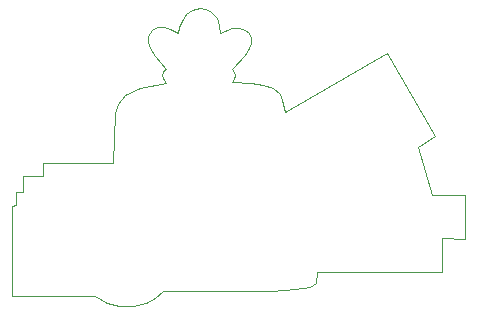
<source format=gbr>
%TF.GenerationSoftware,KiCad,Pcbnew,8.0.8*%
%TF.CreationDate,2025-04-07T01:54:08-03:00*%
%TF.ProjectId,Sao_CashBag,53616f5f-4361-4736-9842-61672e6b6963,rev?*%
%TF.SameCoordinates,Original*%
%TF.FileFunction,Profile,NP*%
%FSLAX46Y46*%
G04 Gerber Fmt 4.6, Leading zero omitted, Abs format (unit mm)*
G04 Created by KiCad (PCBNEW 8.0.8) date 2025-04-07 01:54:08*
%MOMM*%
%LPD*%
G01*
G04 APERTURE LIST*
%TA.AperFunction,Profile*%
%ADD10C,0.100000*%
%TD*%
G04 APERTURE END LIST*
D10*
X122257895Y-115672285D02*
X122706317Y-115868659D01*
X123284013Y-116446355D01*
X123506534Y-117055934D01*
X123582609Y-117728908D01*
X124563293Y-117327027D01*
X125171895Y-117286063D01*
X125698569Y-117426510D01*
X126026278Y-117724959D01*
X126178429Y-118105335D01*
X126172577Y-118573490D01*
X126043834Y-118977274D01*
X125675162Y-119550764D01*
X124580849Y-120773820D01*
X124779815Y-121013750D01*
X124844186Y-121306347D01*
X124762259Y-121598944D01*
X124534033Y-121885689D01*
X126139424Y-121981421D01*
X127175217Y-122130646D01*
X128000341Y-122411539D01*
X128597239Y-122876768D01*
X128816687Y-123403443D01*
X129070653Y-124444817D01*
X137699233Y-119427452D01*
X141767795Y-126478309D01*
X140306273Y-127347322D01*
X141471541Y-131455385D01*
X144315584Y-131455385D01*
X144335335Y-135128941D01*
X142340554Y-135109191D01*
X142320804Y-137953234D01*
X131733696Y-137961956D01*
X131692726Y-138904264D01*
X131139632Y-139252508D01*
X129931020Y-139416387D01*
X127984950Y-139539297D01*
X118729931Y-139595875D01*
X118007669Y-140173311D01*
X117264019Y-140570223D01*
X116201892Y-140824783D01*
X115008096Y-140816005D01*
X114024970Y-140543890D01*
X113000000Y-140000000D01*
X105971850Y-140002229D01*
X105939385Y-132362457D01*
X106246659Y-132301002D01*
X106267144Y-131174330D01*
X106881692Y-131174330D01*
X106886325Y-129866685D01*
X108555252Y-129860775D01*
X108561104Y-128748906D01*
X114477417Y-128754758D01*
X114663006Y-124500000D01*
X114921253Y-123701892D01*
X115500000Y-123000000D01*
X116751601Y-122401071D01*
X118973510Y-121912251D01*
X118816639Y-121734078D01*
X118711304Y-121531210D01*
X118668390Y-121285429D01*
X118695699Y-121047450D01*
X118801034Y-120832879D01*
X119001967Y-120726909D01*
X118036380Y-119650787D01*
X117605335Y-119012386D01*
X117443923Y-118466252D01*
X117470740Y-117953184D01*
X117757485Y-117502585D01*
X118198823Y-117249048D01*
X118828391Y-117250952D01*
X119331658Y-117391398D01*
X120028039Y-117701551D01*
X120118260Y-117196381D01*
X120303080Y-116730129D01*
X120665900Y-116150787D01*
X121215983Y-115747003D01*
X121821175Y-115587097D01*
X122257895Y-115672285D01*
M02*

</source>
